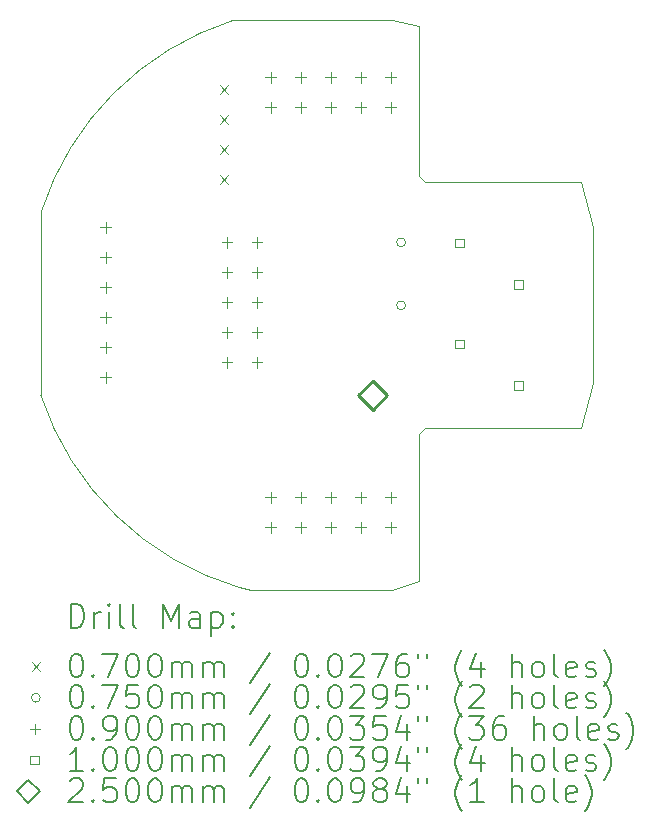
<source format=gbr>
%TF.GenerationSoftware,KiCad,Pcbnew,6.0.11-2627ca5db0~126~ubuntu22.04.1*%
%TF.CreationDate,2023-12-06T09:32:03+01:00*%
%TF.ProjectId,heatervalve-interface,68656174-6572-4766-916c-76652d696e74,A*%
%TF.SameCoordinates,Original*%
%TF.FileFunction,Drillmap*%
%TF.FilePolarity,Positive*%
%FSLAX45Y45*%
G04 Gerber Fmt 4.5, Leading zero omitted, Abs format (unit mm)*
G04 Created by KiCad (PCBNEW 6.0.11-2627ca5db0~126~ubuntu22.04.1) date 2023-12-06 09:32:03*
%MOMM*%
%LPD*%
G01*
G04 APERTURE LIST*
%ADD10C,0.100000*%
%ADD11C,0.200000*%
%ADD12C,0.070000*%
%ADD13C,0.075000*%
%ADD14C,0.090000*%
%ADD15C,0.250000*%
G04 APERTURE END LIST*
D10*
X13284200Y-7772400D02*
X11938000Y-7772400D01*
X10312400Y-9398000D02*
X10310938Y-10947882D01*
X13284200Y-7772400D02*
X13512800Y-7823200D01*
X13512800Y-7823200D02*
X13512800Y-9093200D01*
X13284200Y-12598400D02*
X13512800Y-12522200D01*
X13563600Y-9144000D02*
X14884400Y-9144000D01*
X13512800Y-11277600D02*
X13563600Y-11226800D01*
X13512800Y-9093200D02*
X13563600Y-9144000D01*
X12090400Y-12598400D02*
X13284200Y-12598400D01*
X11938000Y-7772400D02*
G75*
G03*
X10312400Y-9398000I762000J-2387600D01*
G01*
X11988800Y-12573000D02*
X12090400Y-12598400D01*
X13563600Y-11226800D02*
X14884400Y-11226800D01*
X10310938Y-10947882D02*
G75*
G03*
X11988800Y-12573000I2389062J787882D01*
G01*
X14884400Y-9144000D02*
X14986000Y-9524112D01*
X13512800Y-12522200D02*
X13512800Y-11277600D01*
X14884400Y-11226800D02*
X14986000Y-10845800D01*
X14986000Y-10845800D02*
X14986000Y-9524112D01*
D11*
D12*
X11826800Y-8321600D02*
X11896800Y-8391600D01*
X11896800Y-8321600D02*
X11826800Y-8391600D01*
X11826800Y-8575600D02*
X11896800Y-8645600D01*
X11896800Y-8575600D02*
X11826800Y-8645600D01*
X11826800Y-8829600D02*
X11896800Y-8899600D01*
X11896800Y-8829600D02*
X11826800Y-8899600D01*
X11826800Y-9083600D02*
X11896800Y-9153600D01*
X11896800Y-9083600D02*
X11826800Y-9153600D01*
D13*
X13397900Y-9652000D02*
G75*
G03*
X13397900Y-9652000I-37500J0D01*
G01*
X13397900Y-10185400D02*
G75*
G03*
X13397900Y-10185400I-37500J0D01*
G01*
D14*
X10858500Y-9480000D02*
X10858500Y-9570000D01*
X10813500Y-9525000D02*
X10903500Y-9525000D01*
X10858500Y-9734000D02*
X10858500Y-9824000D01*
X10813500Y-9779000D02*
X10903500Y-9779000D01*
X10858500Y-9988000D02*
X10858500Y-10078000D01*
X10813500Y-10033000D02*
X10903500Y-10033000D01*
X10858500Y-10242000D02*
X10858500Y-10332000D01*
X10813500Y-10287000D02*
X10903500Y-10287000D01*
X10858500Y-10496000D02*
X10858500Y-10586000D01*
X10813500Y-10541000D02*
X10903500Y-10541000D01*
X10858500Y-10750000D02*
X10858500Y-10840000D01*
X10813500Y-10795000D02*
X10903500Y-10795000D01*
X11887200Y-9607000D02*
X11887200Y-9697000D01*
X11842200Y-9652000D02*
X11932200Y-9652000D01*
X11887200Y-9861000D02*
X11887200Y-9951000D01*
X11842200Y-9906000D02*
X11932200Y-9906000D01*
X11887200Y-10115000D02*
X11887200Y-10205000D01*
X11842200Y-10160000D02*
X11932200Y-10160000D01*
X11887200Y-10369000D02*
X11887200Y-10459000D01*
X11842200Y-10414000D02*
X11932200Y-10414000D01*
X11887200Y-10623000D02*
X11887200Y-10713000D01*
X11842200Y-10668000D02*
X11932200Y-10668000D01*
X12141200Y-9607000D02*
X12141200Y-9697000D01*
X12096200Y-9652000D02*
X12186200Y-9652000D01*
X12141200Y-9861000D02*
X12141200Y-9951000D01*
X12096200Y-9906000D02*
X12186200Y-9906000D01*
X12141200Y-10115000D02*
X12141200Y-10205000D01*
X12096200Y-10160000D02*
X12186200Y-10160000D01*
X12141200Y-10369000D02*
X12141200Y-10459000D01*
X12096200Y-10414000D02*
X12186200Y-10414000D01*
X12141200Y-10623000D02*
X12141200Y-10713000D01*
X12096200Y-10668000D02*
X12186200Y-10668000D01*
X12256500Y-8210000D02*
X12256500Y-8300000D01*
X12211500Y-8255000D02*
X12301500Y-8255000D01*
X12256500Y-8464000D02*
X12256500Y-8554000D01*
X12211500Y-8509000D02*
X12301500Y-8509000D01*
X12256500Y-11766000D02*
X12256500Y-11856000D01*
X12211500Y-11811000D02*
X12301500Y-11811000D01*
X12256500Y-12020000D02*
X12256500Y-12110000D01*
X12211500Y-12065000D02*
X12301500Y-12065000D01*
X12510500Y-8210000D02*
X12510500Y-8300000D01*
X12465500Y-8255000D02*
X12555500Y-8255000D01*
X12510500Y-8464000D02*
X12510500Y-8554000D01*
X12465500Y-8509000D02*
X12555500Y-8509000D01*
X12510500Y-11766000D02*
X12510500Y-11856000D01*
X12465500Y-11811000D02*
X12555500Y-11811000D01*
X12510500Y-12020000D02*
X12510500Y-12110000D01*
X12465500Y-12065000D02*
X12555500Y-12065000D01*
X12764500Y-8210000D02*
X12764500Y-8300000D01*
X12719500Y-8255000D02*
X12809500Y-8255000D01*
X12764500Y-8464000D02*
X12764500Y-8554000D01*
X12719500Y-8509000D02*
X12809500Y-8509000D01*
X12764500Y-11766000D02*
X12764500Y-11856000D01*
X12719500Y-11811000D02*
X12809500Y-11811000D01*
X12764500Y-12020000D02*
X12764500Y-12110000D01*
X12719500Y-12065000D02*
X12809500Y-12065000D01*
X13018500Y-8210000D02*
X13018500Y-8300000D01*
X12973500Y-8255000D02*
X13063500Y-8255000D01*
X13018500Y-8464000D02*
X13018500Y-8554000D01*
X12973500Y-8509000D02*
X13063500Y-8509000D01*
X13018500Y-11766000D02*
X13018500Y-11856000D01*
X12973500Y-11811000D02*
X13063500Y-11811000D01*
X13018500Y-12020000D02*
X13018500Y-12110000D01*
X12973500Y-12065000D02*
X13063500Y-12065000D01*
X13271500Y-8210000D02*
X13271500Y-8300000D01*
X13226500Y-8255000D02*
X13316500Y-8255000D01*
X13271500Y-8464000D02*
X13271500Y-8554000D01*
X13226500Y-8509000D02*
X13316500Y-8509000D01*
X13271500Y-11766000D02*
X13271500Y-11856000D01*
X13226500Y-11811000D02*
X13316500Y-11811000D01*
X13271500Y-12020000D02*
X13271500Y-12110000D01*
X13226500Y-12065000D02*
X13316500Y-12065000D01*
D10*
X13889356Y-9692956D02*
X13889356Y-9622244D01*
X13818644Y-9622244D01*
X13818644Y-9692956D01*
X13889356Y-9692956D01*
X13889356Y-10550056D02*
X13889356Y-10479344D01*
X13818644Y-10479344D01*
X13818644Y-10550056D01*
X13889356Y-10550056D01*
X14389356Y-10042956D02*
X14389356Y-9972244D01*
X14318644Y-9972244D01*
X14318644Y-10042956D01*
X14389356Y-10042956D01*
X14389356Y-10900056D02*
X14389356Y-10829344D01*
X14318644Y-10829344D01*
X14318644Y-10900056D01*
X14389356Y-10900056D01*
D15*
X13120100Y-11072400D02*
X13245100Y-10947400D01*
X13120100Y-10822400D01*
X12995100Y-10947400D01*
X13120100Y-11072400D01*
D11*
X10563557Y-12913876D02*
X10563557Y-12713876D01*
X10611176Y-12713876D01*
X10639748Y-12723400D01*
X10658795Y-12742448D01*
X10668319Y-12761495D01*
X10677843Y-12799590D01*
X10677843Y-12828162D01*
X10668319Y-12866257D01*
X10658795Y-12885305D01*
X10639748Y-12904352D01*
X10611176Y-12913876D01*
X10563557Y-12913876D01*
X10763557Y-12913876D02*
X10763557Y-12780543D01*
X10763557Y-12818638D02*
X10773081Y-12799590D01*
X10782605Y-12790067D01*
X10801653Y-12780543D01*
X10820700Y-12780543D01*
X10887367Y-12913876D02*
X10887367Y-12780543D01*
X10887367Y-12713876D02*
X10877843Y-12723400D01*
X10887367Y-12732924D01*
X10896891Y-12723400D01*
X10887367Y-12713876D01*
X10887367Y-12732924D01*
X11011176Y-12913876D02*
X10992129Y-12904352D01*
X10982605Y-12885305D01*
X10982605Y-12713876D01*
X11115938Y-12913876D02*
X11096891Y-12904352D01*
X11087367Y-12885305D01*
X11087367Y-12713876D01*
X11344510Y-12913876D02*
X11344510Y-12713876D01*
X11411176Y-12856733D01*
X11477843Y-12713876D01*
X11477843Y-12913876D01*
X11658795Y-12913876D02*
X11658795Y-12809114D01*
X11649272Y-12790067D01*
X11630224Y-12780543D01*
X11592129Y-12780543D01*
X11573081Y-12790067D01*
X11658795Y-12904352D02*
X11639748Y-12913876D01*
X11592129Y-12913876D01*
X11573081Y-12904352D01*
X11563557Y-12885305D01*
X11563557Y-12866257D01*
X11573081Y-12847209D01*
X11592129Y-12837686D01*
X11639748Y-12837686D01*
X11658795Y-12828162D01*
X11754033Y-12780543D02*
X11754033Y-12980543D01*
X11754033Y-12790067D02*
X11773081Y-12780543D01*
X11811176Y-12780543D01*
X11830224Y-12790067D01*
X11839748Y-12799590D01*
X11849272Y-12818638D01*
X11849272Y-12875781D01*
X11839748Y-12894828D01*
X11830224Y-12904352D01*
X11811176Y-12913876D01*
X11773081Y-12913876D01*
X11754033Y-12904352D01*
X11934986Y-12894828D02*
X11944510Y-12904352D01*
X11934986Y-12913876D01*
X11925462Y-12904352D01*
X11934986Y-12894828D01*
X11934986Y-12913876D01*
X11934986Y-12790067D02*
X11944510Y-12799590D01*
X11934986Y-12809114D01*
X11925462Y-12799590D01*
X11934986Y-12790067D01*
X11934986Y-12809114D01*
D12*
X10235938Y-13208400D02*
X10305938Y-13278400D01*
X10305938Y-13208400D02*
X10235938Y-13278400D01*
D11*
X10601653Y-13133876D02*
X10620700Y-13133876D01*
X10639748Y-13143400D01*
X10649272Y-13152924D01*
X10658795Y-13171971D01*
X10668319Y-13210067D01*
X10668319Y-13257686D01*
X10658795Y-13295781D01*
X10649272Y-13314828D01*
X10639748Y-13324352D01*
X10620700Y-13333876D01*
X10601653Y-13333876D01*
X10582605Y-13324352D01*
X10573081Y-13314828D01*
X10563557Y-13295781D01*
X10554034Y-13257686D01*
X10554034Y-13210067D01*
X10563557Y-13171971D01*
X10573081Y-13152924D01*
X10582605Y-13143400D01*
X10601653Y-13133876D01*
X10754034Y-13314828D02*
X10763557Y-13324352D01*
X10754034Y-13333876D01*
X10744510Y-13324352D01*
X10754034Y-13314828D01*
X10754034Y-13333876D01*
X10830224Y-13133876D02*
X10963557Y-13133876D01*
X10877843Y-13333876D01*
X11077843Y-13133876D02*
X11096891Y-13133876D01*
X11115938Y-13143400D01*
X11125462Y-13152924D01*
X11134986Y-13171971D01*
X11144510Y-13210067D01*
X11144510Y-13257686D01*
X11134986Y-13295781D01*
X11125462Y-13314828D01*
X11115938Y-13324352D01*
X11096891Y-13333876D01*
X11077843Y-13333876D01*
X11058795Y-13324352D01*
X11049272Y-13314828D01*
X11039748Y-13295781D01*
X11030224Y-13257686D01*
X11030224Y-13210067D01*
X11039748Y-13171971D01*
X11049272Y-13152924D01*
X11058795Y-13143400D01*
X11077843Y-13133876D01*
X11268319Y-13133876D02*
X11287367Y-13133876D01*
X11306414Y-13143400D01*
X11315938Y-13152924D01*
X11325462Y-13171971D01*
X11334986Y-13210067D01*
X11334986Y-13257686D01*
X11325462Y-13295781D01*
X11315938Y-13314828D01*
X11306414Y-13324352D01*
X11287367Y-13333876D01*
X11268319Y-13333876D01*
X11249272Y-13324352D01*
X11239748Y-13314828D01*
X11230224Y-13295781D01*
X11220700Y-13257686D01*
X11220700Y-13210067D01*
X11230224Y-13171971D01*
X11239748Y-13152924D01*
X11249272Y-13143400D01*
X11268319Y-13133876D01*
X11420700Y-13333876D02*
X11420700Y-13200543D01*
X11420700Y-13219590D02*
X11430224Y-13210067D01*
X11449272Y-13200543D01*
X11477843Y-13200543D01*
X11496891Y-13210067D01*
X11506414Y-13229114D01*
X11506414Y-13333876D01*
X11506414Y-13229114D02*
X11515938Y-13210067D01*
X11534986Y-13200543D01*
X11563557Y-13200543D01*
X11582605Y-13210067D01*
X11592129Y-13229114D01*
X11592129Y-13333876D01*
X11687367Y-13333876D02*
X11687367Y-13200543D01*
X11687367Y-13219590D02*
X11696891Y-13210067D01*
X11715938Y-13200543D01*
X11744510Y-13200543D01*
X11763557Y-13210067D01*
X11773081Y-13229114D01*
X11773081Y-13333876D01*
X11773081Y-13229114D02*
X11782605Y-13210067D01*
X11801652Y-13200543D01*
X11830224Y-13200543D01*
X11849272Y-13210067D01*
X11858795Y-13229114D01*
X11858795Y-13333876D01*
X12249272Y-13124352D02*
X12077843Y-13381495D01*
X12506414Y-13133876D02*
X12525462Y-13133876D01*
X12544510Y-13143400D01*
X12554033Y-13152924D01*
X12563557Y-13171971D01*
X12573081Y-13210067D01*
X12573081Y-13257686D01*
X12563557Y-13295781D01*
X12554033Y-13314828D01*
X12544510Y-13324352D01*
X12525462Y-13333876D01*
X12506414Y-13333876D01*
X12487367Y-13324352D01*
X12477843Y-13314828D01*
X12468319Y-13295781D01*
X12458795Y-13257686D01*
X12458795Y-13210067D01*
X12468319Y-13171971D01*
X12477843Y-13152924D01*
X12487367Y-13143400D01*
X12506414Y-13133876D01*
X12658795Y-13314828D02*
X12668319Y-13324352D01*
X12658795Y-13333876D01*
X12649272Y-13324352D01*
X12658795Y-13314828D01*
X12658795Y-13333876D01*
X12792129Y-13133876D02*
X12811176Y-13133876D01*
X12830224Y-13143400D01*
X12839748Y-13152924D01*
X12849272Y-13171971D01*
X12858795Y-13210067D01*
X12858795Y-13257686D01*
X12849272Y-13295781D01*
X12839748Y-13314828D01*
X12830224Y-13324352D01*
X12811176Y-13333876D01*
X12792129Y-13333876D01*
X12773081Y-13324352D01*
X12763557Y-13314828D01*
X12754033Y-13295781D01*
X12744510Y-13257686D01*
X12744510Y-13210067D01*
X12754033Y-13171971D01*
X12763557Y-13152924D01*
X12773081Y-13143400D01*
X12792129Y-13133876D01*
X12934986Y-13152924D02*
X12944510Y-13143400D01*
X12963557Y-13133876D01*
X13011176Y-13133876D01*
X13030224Y-13143400D01*
X13039748Y-13152924D01*
X13049272Y-13171971D01*
X13049272Y-13191019D01*
X13039748Y-13219590D01*
X12925462Y-13333876D01*
X13049272Y-13333876D01*
X13115938Y-13133876D02*
X13249272Y-13133876D01*
X13163557Y-13333876D01*
X13411176Y-13133876D02*
X13373081Y-13133876D01*
X13354033Y-13143400D01*
X13344510Y-13152924D01*
X13325462Y-13181495D01*
X13315938Y-13219590D01*
X13315938Y-13295781D01*
X13325462Y-13314828D01*
X13334986Y-13324352D01*
X13354033Y-13333876D01*
X13392129Y-13333876D01*
X13411176Y-13324352D01*
X13420700Y-13314828D01*
X13430224Y-13295781D01*
X13430224Y-13248162D01*
X13420700Y-13229114D01*
X13411176Y-13219590D01*
X13392129Y-13210067D01*
X13354033Y-13210067D01*
X13334986Y-13219590D01*
X13325462Y-13229114D01*
X13315938Y-13248162D01*
X13506414Y-13133876D02*
X13506414Y-13171971D01*
X13582605Y-13133876D02*
X13582605Y-13171971D01*
X13877843Y-13410067D02*
X13868319Y-13400543D01*
X13849272Y-13371971D01*
X13839748Y-13352924D01*
X13830224Y-13324352D01*
X13820700Y-13276733D01*
X13820700Y-13238638D01*
X13830224Y-13191019D01*
X13839748Y-13162448D01*
X13849272Y-13143400D01*
X13868319Y-13114828D01*
X13877843Y-13105305D01*
X14039748Y-13200543D02*
X14039748Y-13333876D01*
X13992129Y-13124352D02*
X13944510Y-13267209D01*
X14068319Y-13267209D01*
X14296891Y-13333876D02*
X14296891Y-13133876D01*
X14382605Y-13333876D02*
X14382605Y-13229114D01*
X14373081Y-13210067D01*
X14354033Y-13200543D01*
X14325462Y-13200543D01*
X14306414Y-13210067D01*
X14296891Y-13219590D01*
X14506414Y-13333876D02*
X14487367Y-13324352D01*
X14477843Y-13314828D01*
X14468319Y-13295781D01*
X14468319Y-13238638D01*
X14477843Y-13219590D01*
X14487367Y-13210067D01*
X14506414Y-13200543D01*
X14534986Y-13200543D01*
X14554033Y-13210067D01*
X14563557Y-13219590D01*
X14573081Y-13238638D01*
X14573081Y-13295781D01*
X14563557Y-13314828D01*
X14554033Y-13324352D01*
X14534986Y-13333876D01*
X14506414Y-13333876D01*
X14687367Y-13333876D02*
X14668319Y-13324352D01*
X14658795Y-13305305D01*
X14658795Y-13133876D01*
X14839748Y-13324352D02*
X14820700Y-13333876D01*
X14782605Y-13333876D01*
X14763557Y-13324352D01*
X14754033Y-13305305D01*
X14754033Y-13229114D01*
X14763557Y-13210067D01*
X14782605Y-13200543D01*
X14820700Y-13200543D01*
X14839748Y-13210067D01*
X14849272Y-13229114D01*
X14849272Y-13248162D01*
X14754033Y-13267209D01*
X14925462Y-13324352D02*
X14944510Y-13333876D01*
X14982605Y-13333876D01*
X15001652Y-13324352D01*
X15011176Y-13305305D01*
X15011176Y-13295781D01*
X15001652Y-13276733D01*
X14982605Y-13267209D01*
X14954033Y-13267209D01*
X14934986Y-13257686D01*
X14925462Y-13238638D01*
X14925462Y-13229114D01*
X14934986Y-13210067D01*
X14954033Y-13200543D01*
X14982605Y-13200543D01*
X15001652Y-13210067D01*
X15077843Y-13410067D02*
X15087367Y-13400543D01*
X15106414Y-13371971D01*
X15115938Y-13352924D01*
X15125462Y-13324352D01*
X15134986Y-13276733D01*
X15134986Y-13238638D01*
X15125462Y-13191019D01*
X15115938Y-13162448D01*
X15106414Y-13143400D01*
X15087367Y-13114828D01*
X15077843Y-13105305D01*
D13*
X10305938Y-13507400D02*
G75*
G03*
X10305938Y-13507400I-37500J0D01*
G01*
D11*
X10601653Y-13397876D02*
X10620700Y-13397876D01*
X10639748Y-13407400D01*
X10649272Y-13416924D01*
X10658795Y-13435971D01*
X10668319Y-13474067D01*
X10668319Y-13521686D01*
X10658795Y-13559781D01*
X10649272Y-13578828D01*
X10639748Y-13588352D01*
X10620700Y-13597876D01*
X10601653Y-13597876D01*
X10582605Y-13588352D01*
X10573081Y-13578828D01*
X10563557Y-13559781D01*
X10554034Y-13521686D01*
X10554034Y-13474067D01*
X10563557Y-13435971D01*
X10573081Y-13416924D01*
X10582605Y-13407400D01*
X10601653Y-13397876D01*
X10754034Y-13578828D02*
X10763557Y-13588352D01*
X10754034Y-13597876D01*
X10744510Y-13588352D01*
X10754034Y-13578828D01*
X10754034Y-13597876D01*
X10830224Y-13397876D02*
X10963557Y-13397876D01*
X10877843Y-13597876D01*
X11134986Y-13397876D02*
X11039748Y-13397876D01*
X11030224Y-13493114D01*
X11039748Y-13483590D01*
X11058795Y-13474067D01*
X11106414Y-13474067D01*
X11125462Y-13483590D01*
X11134986Y-13493114D01*
X11144510Y-13512162D01*
X11144510Y-13559781D01*
X11134986Y-13578828D01*
X11125462Y-13588352D01*
X11106414Y-13597876D01*
X11058795Y-13597876D01*
X11039748Y-13588352D01*
X11030224Y-13578828D01*
X11268319Y-13397876D02*
X11287367Y-13397876D01*
X11306414Y-13407400D01*
X11315938Y-13416924D01*
X11325462Y-13435971D01*
X11334986Y-13474067D01*
X11334986Y-13521686D01*
X11325462Y-13559781D01*
X11315938Y-13578828D01*
X11306414Y-13588352D01*
X11287367Y-13597876D01*
X11268319Y-13597876D01*
X11249272Y-13588352D01*
X11239748Y-13578828D01*
X11230224Y-13559781D01*
X11220700Y-13521686D01*
X11220700Y-13474067D01*
X11230224Y-13435971D01*
X11239748Y-13416924D01*
X11249272Y-13407400D01*
X11268319Y-13397876D01*
X11420700Y-13597876D02*
X11420700Y-13464543D01*
X11420700Y-13483590D02*
X11430224Y-13474067D01*
X11449272Y-13464543D01*
X11477843Y-13464543D01*
X11496891Y-13474067D01*
X11506414Y-13493114D01*
X11506414Y-13597876D01*
X11506414Y-13493114D02*
X11515938Y-13474067D01*
X11534986Y-13464543D01*
X11563557Y-13464543D01*
X11582605Y-13474067D01*
X11592129Y-13493114D01*
X11592129Y-13597876D01*
X11687367Y-13597876D02*
X11687367Y-13464543D01*
X11687367Y-13483590D02*
X11696891Y-13474067D01*
X11715938Y-13464543D01*
X11744510Y-13464543D01*
X11763557Y-13474067D01*
X11773081Y-13493114D01*
X11773081Y-13597876D01*
X11773081Y-13493114D02*
X11782605Y-13474067D01*
X11801652Y-13464543D01*
X11830224Y-13464543D01*
X11849272Y-13474067D01*
X11858795Y-13493114D01*
X11858795Y-13597876D01*
X12249272Y-13388352D02*
X12077843Y-13645495D01*
X12506414Y-13397876D02*
X12525462Y-13397876D01*
X12544510Y-13407400D01*
X12554033Y-13416924D01*
X12563557Y-13435971D01*
X12573081Y-13474067D01*
X12573081Y-13521686D01*
X12563557Y-13559781D01*
X12554033Y-13578828D01*
X12544510Y-13588352D01*
X12525462Y-13597876D01*
X12506414Y-13597876D01*
X12487367Y-13588352D01*
X12477843Y-13578828D01*
X12468319Y-13559781D01*
X12458795Y-13521686D01*
X12458795Y-13474067D01*
X12468319Y-13435971D01*
X12477843Y-13416924D01*
X12487367Y-13407400D01*
X12506414Y-13397876D01*
X12658795Y-13578828D02*
X12668319Y-13588352D01*
X12658795Y-13597876D01*
X12649272Y-13588352D01*
X12658795Y-13578828D01*
X12658795Y-13597876D01*
X12792129Y-13397876D02*
X12811176Y-13397876D01*
X12830224Y-13407400D01*
X12839748Y-13416924D01*
X12849272Y-13435971D01*
X12858795Y-13474067D01*
X12858795Y-13521686D01*
X12849272Y-13559781D01*
X12839748Y-13578828D01*
X12830224Y-13588352D01*
X12811176Y-13597876D01*
X12792129Y-13597876D01*
X12773081Y-13588352D01*
X12763557Y-13578828D01*
X12754033Y-13559781D01*
X12744510Y-13521686D01*
X12744510Y-13474067D01*
X12754033Y-13435971D01*
X12763557Y-13416924D01*
X12773081Y-13407400D01*
X12792129Y-13397876D01*
X12934986Y-13416924D02*
X12944510Y-13407400D01*
X12963557Y-13397876D01*
X13011176Y-13397876D01*
X13030224Y-13407400D01*
X13039748Y-13416924D01*
X13049272Y-13435971D01*
X13049272Y-13455019D01*
X13039748Y-13483590D01*
X12925462Y-13597876D01*
X13049272Y-13597876D01*
X13144510Y-13597876D02*
X13182605Y-13597876D01*
X13201652Y-13588352D01*
X13211176Y-13578828D01*
X13230224Y-13550257D01*
X13239748Y-13512162D01*
X13239748Y-13435971D01*
X13230224Y-13416924D01*
X13220700Y-13407400D01*
X13201652Y-13397876D01*
X13163557Y-13397876D01*
X13144510Y-13407400D01*
X13134986Y-13416924D01*
X13125462Y-13435971D01*
X13125462Y-13483590D01*
X13134986Y-13502638D01*
X13144510Y-13512162D01*
X13163557Y-13521686D01*
X13201652Y-13521686D01*
X13220700Y-13512162D01*
X13230224Y-13502638D01*
X13239748Y-13483590D01*
X13420700Y-13397876D02*
X13325462Y-13397876D01*
X13315938Y-13493114D01*
X13325462Y-13483590D01*
X13344510Y-13474067D01*
X13392129Y-13474067D01*
X13411176Y-13483590D01*
X13420700Y-13493114D01*
X13430224Y-13512162D01*
X13430224Y-13559781D01*
X13420700Y-13578828D01*
X13411176Y-13588352D01*
X13392129Y-13597876D01*
X13344510Y-13597876D01*
X13325462Y-13588352D01*
X13315938Y-13578828D01*
X13506414Y-13397876D02*
X13506414Y-13435971D01*
X13582605Y-13397876D02*
X13582605Y-13435971D01*
X13877843Y-13674067D02*
X13868319Y-13664543D01*
X13849272Y-13635971D01*
X13839748Y-13616924D01*
X13830224Y-13588352D01*
X13820700Y-13540733D01*
X13820700Y-13502638D01*
X13830224Y-13455019D01*
X13839748Y-13426448D01*
X13849272Y-13407400D01*
X13868319Y-13378828D01*
X13877843Y-13369305D01*
X13944510Y-13416924D02*
X13954033Y-13407400D01*
X13973081Y-13397876D01*
X14020700Y-13397876D01*
X14039748Y-13407400D01*
X14049272Y-13416924D01*
X14058795Y-13435971D01*
X14058795Y-13455019D01*
X14049272Y-13483590D01*
X13934986Y-13597876D01*
X14058795Y-13597876D01*
X14296891Y-13597876D02*
X14296891Y-13397876D01*
X14382605Y-13597876D02*
X14382605Y-13493114D01*
X14373081Y-13474067D01*
X14354033Y-13464543D01*
X14325462Y-13464543D01*
X14306414Y-13474067D01*
X14296891Y-13483590D01*
X14506414Y-13597876D02*
X14487367Y-13588352D01*
X14477843Y-13578828D01*
X14468319Y-13559781D01*
X14468319Y-13502638D01*
X14477843Y-13483590D01*
X14487367Y-13474067D01*
X14506414Y-13464543D01*
X14534986Y-13464543D01*
X14554033Y-13474067D01*
X14563557Y-13483590D01*
X14573081Y-13502638D01*
X14573081Y-13559781D01*
X14563557Y-13578828D01*
X14554033Y-13588352D01*
X14534986Y-13597876D01*
X14506414Y-13597876D01*
X14687367Y-13597876D02*
X14668319Y-13588352D01*
X14658795Y-13569305D01*
X14658795Y-13397876D01*
X14839748Y-13588352D02*
X14820700Y-13597876D01*
X14782605Y-13597876D01*
X14763557Y-13588352D01*
X14754033Y-13569305D01*
X14754033Y-13493114D01*
X14763557Y-13474067D01*
X14782605Y-13464543D01*
X14820700Y-13464543D01*
X14839748Y-13474067D01*
X14849272Y-13493114D01*
X14849272Y-13512162D01*
X14754033Y-13531209D01*
X14925462Y-13588352D02*
X14944510Y-13597876D01*
X14982605Y-13597876D01*
X15001652Y-13588352D01*
X15011176Y-13569305D01*
X15011176Y-13559781D01*
X15001652Y-13540733D01*
X14982605Y-13531209D01*
X14954033Y-13531209D01*
X14934986Y-13521686D01*
X14925462Y-13502638D01*
X14925462Y-13493114D01*
X14934986Y-13474067D01*
X14954033Y-13464543D01*
X14982605Y-13464543D01*
X15001652Y-13474067D01*
X15077843Y-13674067D02*
X15087367Y-13664543D01*
X15106414Y-13635971D01*
X15115938Y-13616924D01*
X15125462Y-13588352D01*
X15134986Y-13540733D01*
X15134986Y-13502638D01*
X15125462Y-13455019D01*
X15115938Y-13426448D01*
X15106414Y-13407400D01*
X15087367Y-13378828D01*
X15077843Y-13369305D01*
D14*
X10260938Y-13726400D02*
X10260938Y-13816400D01*
X10215938Y-13771400D02*
X10305938Y-13771400D01*
D11*
X10601653Y-13661876D02*
X10620700Y-13661876D01*
X10639748Y-13671400D01*
X10649272Y-13680924D01*
X10658795Y-13699971D01*
X10668319Y-13738067D01*
X10668319Y-13785686D01*
X10658795Y-13823781D01*
X10649272Y-13842828D01*
X10639748Y-13852352D01*
X10620700Y-13861876D01*
X10601653Y-13861876D01*
X10582605Y-13852352D01*
X10573081Y-13842828D01*
X10563557Y-13823781D01*
X10554034Y-13785686D01*
X10554034Y-13738067D01*
X10563557Y-13699971D01*
X10573081Y-13680924D01*
X10582605Y-13671400D01*
X10601653Y-13661876D01*
X10754034Y-13842828D02*
X10763557Y-13852352D01*
X10754034Y-13861876D01*
X10744510Y-13852352D01*
X10754034Y-13842828D01*
X10754034Y-13861876D01*
X10858795Y-13861876D02*
X10896891Y-13861876D01*
X10915938Y-13852352D01*
X10925462Y-13842828D01*
X10944510Y-13814257D01*
X10954034Y-13776162D01*
X10954034Y-13699971D01*
X10944510Y-13680924D01*
X10934986Y-13671400D01*
X10915938Y-13661876D01*
X10877843Y-13661876D01*
X10858795Y-13671400D01*
X10849272Y-13680924D01*
X10839748Y-13699971D01*
X10839748Y-13747590D01*
X10849272Y-13766638D01*
X10858795Y-13776162D01*
X10877843Y-13785686D01*
X10915938Y-13785686D01*
X10934986Y-13776162D01*
X10944510Y-13766638D01*
X10954034Y-13747590D01*
X11077843Y-13661876D02*
X11096891Y-13661876D01*
X11115938Y-13671400D01*
X11125462Y-13680924D01*
X11134986Y-13699971D01*
X11144510Y-13738067D01*
X11144510Y-13785686D01*
X11134986Y-13823781D01*
X11125462Y-13842828D01*
X11115938Y-13852352D01*
X11096891Y-13861876D01*
X11077843Y-13861876D01*
X11058795Y-13852352D01*
X11049272Y-13842828D01*
X11039748Y-13823781D01*
X11030224Y-13785686D01*
X11030224Y-13738067D01*
X11039748Y-13699971D01*
X11049272Y-13680924D01*
X11058795Y-13671400D01*
X11077843Y-13661876D01*
X11268319Y-13661876D02*
X11287367Y-13661876D01*
X11306414Y-13671400D01*
X11315938Y-13680924D01*
X11325462Y-13699971D01*
X11334986Y-13738067D01*
X11334986Y-13785686D01*
X11325462Y-13823781D01*
X11315938Y-13842828D01*
X11306414Y-13852352D01*
X11287367Y-13861876D01*
X11268319Y-13861876D01*
X11249272Y-13852352D01*
X11239748Y-13842828D01*
X11230224Y-13823781D01*
X11220700Y-13785686D01*
X11220700Y-13738067D01*
X11230224Y-13699971D01*
X11239748Y-13680924D01*
X11249272Y-13671400D01*
X11268319Y-13661876D01*
X11420700Y-13861876D02*
X11420700Y-13728543D01*
X11420700Y-13747590D02*
X11430224Y-13738067D01*
X11449272Y-13728543D01*
X11477843Y-13728543D01*
X11496891Y-13738067D01*
X11506414Y-13757114D01*
X11506414Y-13861876D01*
X11506414Y-13757114D02*
X11515938Y-13738067D01*
X11534986Y-13728543D01*
X11563557Y-13728543D01*
X11582605Y-13738067D01*
X11592129Y-13757114D01*
X11592129Y-13861876D01*
X11687367Y-13861876D02*
X11687367Y-13728543D01*
X11687367Y-13747590D02*
X11696891Y-13738067D01*
X11715938Y-13728543D01*
X11744510Y-13728543D01*
X11763557Y-13738067D01*
X11773081Y-13757114D01*
X11773081Y-13861876D01*
X11773081Y-13757114D02*
X11782605Y-13738067D01*
X11801652Y-13728543D01*
X11830224Y-13728543D01*
X11849272Y-13738067D01*
X11858795Y-13757114D01*
X11858795Y-13861876D01*
X12249272Y-13652352D02*
X12077843Y-13909495D01*
X12506414Y-13661876D02*
X12525462Y-13661876D01*
X12544510Y-13671400D01*
X12554033Y-13680924D01*
X12563557Y-13699971D01*
X12573081Y-13738067D01*
X12573081Y-13785686D01*
X12563557Y-13823781D01*
X12554033Y-13842828D01*
X12544510Y-13852352D01*
X12525462Y-13861876D01*
X12506414Y-13861876D01*
X12487367Y-13852352D01*
X12477843Y-13842828D01*
X12468319Y-13823781D01*
X12458795Y-13785686D01*
X12458795Y-13738067D01*
X12468319Y-13699971D01*
X12477843Y-13680924D01*
X12487367Y-13671400D01*
X12506414Y-13661876D01*
X12658795Y-13842828D02*
X12668319Y-13852352D01*
X12658795Y-13861876D01*
X12649272Y-13852352D01*
X12658795Y-13842828D01*
X12658795Y-13861876D01*
X12792129Y-13661876D02*
X12811176Y-13661876D01*
X12830224Y-13671400D01*
X12839748Y-13680924D01*
X12849272Y-13699971D01*
X12858795Y-13738067D01*
X12858795Y-13785686D01*
X12849272Y-13823781D01*
X12839748Y-13842828D01*
X12830224Y-13852352D01*
X12811176Y-13861876D01*
X12792129Y-13861876D01*
X12773081Y-13852352D01*
X12763557Y-13842828D01*
X12754033Y-13823781D01*
X12744510Y-13785686D01*
X12744510Y-13738067D01*
X12754033Y-13699971D01*
X12763557Y-13680924D01*
X12773081Y-13671400D01*
X12792129Y-13661876D01*
X12925462Y-13661876D02*
X13049272Y-13661876D01*
X12982605Y-13738067D01*
X13011176Y-13738067D01*
X13030224Y-13747590D01*
X13039748Y-13757114D01*
X13049272Y-13776162D01*
X13049272Y-13823781D01*
X13039748Y-13842828D01*
X13030224Y-13852352D01*
X13011176Y-13861876D01*
X12954033Y-13861876D01*
X12934986Y-13852352D01*
X12925462Y-13842828D01*
X13230224Y-13661876D02*
X13134986Y-13661876D01*
X13125462Y-13757114D01*
X13134986Y-13747590D01*
X13154033Y-13738067D01*
X13201652Y-13738067D01*
X13220700Y-13747590D01*
X13230224Y-13757114D01*
X13239748Y-13776162D01*
X13239748Y-13823781D01*
X13230224Y-13842828D01*
X13220700Y-13852352D01*
X13201652Y-13861876D01*
X13154033Y-13861876D01*
X13134986Y-13852352D01*
X13125462Y-13842828D01*
X13411176Y-13728543D02*
X13411176Y-13861876D01*
X13363557Y-13652352D02*
X13315938Y-13795209D01*
X13439748Y-13795209D01*
X13506414Y-13661876D02*
X13506414Y-13699971D01*
X13582605Y-13661876D02*
X13582605Y-13699971D01*
X13877843Y-13938067D02*
X13868319Y-13928543D01*
X13849272Y-13899971D01*
X13839748Y-13880924D01*
X13830224Y-13852352D01*
X13820700Y-13804733D01*
X13820700Y-13766638D01*
X13830224Y-13719019D01*
X13839748Y-13690448D01*
X13849272Y-13671400D01*
X13868319Y-13642828D01*
X13877843Y-13633305D01*
X13934986Y-13661876D02*
X14058795Y-13661876D01*
X13992129Y-13738067D01*
X14020700Y-13738067D01*
X14039748Y-13747590D01*
X14049272Y-13757114D01*
X14058795Y-13776162D01*
X14058795Y-13823781D01*
X14049272Y-13842828D01*
X14039748Y-13852352D01*
X14020700Y-13861876D01*
X13963557Y-13861876D01*
X13944510Y-13852352D01*
X13934986Y-13842828D01*
X14230224Y-13661876D02*
X14192129Y-13661876D01*
X14173081Y-13671400D01*
X14163557Y-13680924D01*
X14144510Y-13709495D01*
X14134986Y-13747590D01*
X14134986Y-13823781D01*
X14144510Y-13842828D01*
X14154033Y-13852352D01*
X14173081Y-13861876D01*
X14211176Y-13861876D01*
X14230224Y-13852352D01*
X14239748Y-13842828D01*
X14249272Y-13823781D01*
X14249272Y-13776162D01*
X14239748Y-13757114D01*
X14230224Y-13747590D01*
X14211176Y-13738067D01*
X14173081Y-13738067D01*
X14154033Y-13747590D01*
X14144510Y-13757114D01*
X14134986Y-13776162D01*
X14487367Y-13861876D02*
X14487367Y-13661876D01*
X14573081Y-13861876D02*
X14573081Y-13757114D01*
X14563557Y-13738067D01*
X14544510Y-13728543D01*
X14515938Y-13728543D01*
X14496891Y-13738067D01*
X14487367Y-13747590D01*
X14696891Y-13861876D02*
X14677843Y-13852352D01*
X14668319Y-13842828D01*
X14658795Y-13823781D01*
X14658795Y-13766638D01*
X14668319Y-13747590D01*
X14677843Y-13738067D01*
X14696891Y-13728543D01*
X14725462Y-13728543D01*
X14744510Y-13738067D01*
X14754033Y-13747590D01*
X14763557Y-13766638D01*
X14763557Y-13823781D01*
X14754033Y-13842828D01*
X14744510Y-13852352D01*
X14725462Y-13861876D01*
X14696891Y-13861876D01*
X14877843Y-13861876D02*
X14858795Y-13852352D01*
X14849272Y-13833305D01*
X14849272Y-13661876D01*
X15030224Y-13852352D02*
X15011176Y-13861876D01*
X14973081Y-13861876D01*
X14954033Y-13852352D01*
X14944510Y-13833305D01*
X14944510Y-13757114D01*
X14954033Y-13738067D01*
X14973081Y-13728543D01*
X15011176Y-13728543D01*
X15030224Y-13738067D01*
X15039748Y-13757114D01*
X15039748Y-13776162D01*
X14944510Y-13795209D01*
X15115938Y-13852352D02*
X15134986Y-13861876D01*
X15173081Y-13861876D01*
X15192129Y-13852352D01*
X15201652Y-13833305D01*
X15201652Y-13823781D01*
X15192129Y-13804733D01*
X15173081Y-13795209D01*
X15144510Y-13795209D01*
X15125462Y-13785686D01*
X15115938Y-13766638D01*
X15115938Y-13757114D01*
X15125462Y-13738067D01*
X15144510Y-13728543D01*
X15173081Y-13728543D01*
X15192129Y-13738067D01*
X15268319Y-13938067D02*
X15277843Y-13928543D01*
X15296891Y-13899971D01*
X15306414Y-13880924D01*
X15315938Y-13852352D01*
X15325462Y-13804733D01*
X15325462Y-13766638D01*
X15315938Y-13719019D01*
X15306414Y-13690448D01*
X15296891Y-13671400D01*
X15277843Y-13642828D01*
X15268319Y-13633305D01*
D10*
X10291294Y-14070756D02*
X10291294Y-14000044D01*
X10220583Y-14000044D01*
X10220583Y-14070756D01*
X10291294Y-14070756D01*
D11*
X10668319Y-14125876D02*
X10554034Y-14125876D01*
X10611176Y-14125876D02*
X10611176Y-13925876D01*
X10592129Y-13954448D01*
X10573081Y-13973495D01*
X10554034Y-13983019D01*
X10754034Y-14106828D02*
X10763557Y-14116352D01*
X10754034Y-14125876D01*
X10744510Y-14116352D01*
X10754034Y-14106828D01*
X10754034Y-14125876D01*
X10887367Y-13925876D02*
X10906414Y-13925876D01*
X10925462Y-13935400D01*
X10934986Y-13944924D01*
X10944510Y-13963971D01*
X10954034Y-14002067D01*
X10954034Y-14049686D01*
X10944510Y-14087781D01*
X10934986Y-14106828D01*
X10925462Y-14116352D01*
X10906414Y-14125876D01*
X10887367Y-14125876D01*
X10868319Y-14116352D01*
X10858795Y-14106828D01*
X10849272Y-14087781D01*
X10839748Y-14049686D01*
X10839748Y-14002067D01*
X10849272Y-13963971D01*
X10858795Y-13944924D01*
X10868319Y-13935400D01*
X10887367Y-13925876D01*
X11077843Y-13925876D02*
X11096891Y-13925876D01*
X11115938Y-13935400D01*
X11125462Y-13944924D01*
X11134986Y-13963971D01*
X11144510Y-14002067D01*
X11144510Y-14049686D01*
X11134986Y-14087781D01*
X11125462Y-14106828D01*
X11115938Y-14116352D01*
X11096891Y-14125876D01*
X11077843Y-14125876D01*
X11058795Y-14116352D01*
X11049272Y-14106828D01*
X11039748Y-14087781D01*
X11030224Y-14049686D01*
X11030224Y-14002067D01*
X11039748Y-13963971D01*
X11049272Y-13944924D01*
X11058795Y-13935400D01*
X11077843Y-13925876D01*
X11268319Y-13925876D02*
X11287367Y-13925876D01*
X11306414Y-13935400D01*
X11315938Y-13944924D01*
X11325462Y-13963971D01*
X11334986Y-14002067D01*
X11334986Y-14049686D01*
X11325462Y-14087781D01*
X11315938Y-14106828D01*
X11306414Y-14116352D01*
X11287367Y-14125876D01*
X11268319Y-14125876D01*
X11249272Y-14116352D01*
X11239748Y-14106828D01*
X11230224Y-14087781D01*
X11220700Y-14049686D01*
X11220700Y-14002067D01*
X11230224Y-13963971D01*
X11239748Y-13944924D01*
X11249272Y-13935400D01*
X11268319Y-13925876D01*
X11420700Y-14125876D02*
X11420700Y-13992543D01*
X11420700Y-14011590D02*
X11430224Y-14002067D01*
X11449272Y-13992543D01*
X11477843Y-13992543D01*
X11496891Y-14002067D01*
X11506414Y-14021114D01*
X11506414Y-14125876D01*
X11506414Y-14021114D02*
X11515938Y-14002067D01*
X11534986Y-13992543D01*
X11563557Y-13992543D01*
X11582605Y-14002067D01*
X11592129Y-14021114D01*
X11592129Y-14125876D01*
X11687367Y-14125876D02*
X11687367Y-13992543D01*
X11687367Y-14011590D02*
X11696891Y-14002067D01*
X11715938Y-13992543D01*
X11744510Y-13992543D01*
X11763557Y-14002067D01*
X11773081Y-14021114D01*
X11773081Y-14125876D01*
X11773081Y-14021114D02*
X11782605Y-14002067D01*
X11801652Y-13992543D01*
X11830224Y-13992543D01*
X11849272Y-14002067D01*
X11858795Y-14021114D01*
X11858795Y-14125876D01*
X12249272Y-13916352D02*
X12077843Y-14173495D01*
X12506414Y-13925876D02*
X12525462Y-13925876D01*
X12544510Y-13935400D01*
X12554033Y-13944924D01*
X12563557Y-13963971D01*
X12573081Y-14002067D01*
X12573081Y-14049686D01*
X12563557Y-14087781D01*
X12554033Y-14106828D01*
X12544510Y-14116352D01*
X12525462Y-14125876D01*
X12506414Y-14125876D01*
X12487367Y-14116352D01*
X12477843Y-14106828D01*
X12468319Y-14087781D01*
X12458795Y-14049686D01*
X12458795Y-14002067D01*
X12468319Y-13963971D01*
X12477843Y-13944924D01*
X12487367Y-13935400D01*
X12506414Y-13925876D01*
X12658795Y-14106828D02*
X12668319Y-14116352D01*
X12658795Y-14125876D01*
X12649272Y-14116352D01*
X12658795Y-14106828D01*
X12658795Y-14125876D01*
X12792129Y-13925876D02*
X12811176Y-13925876D01*
X12830224Y-13935400D01*
X12839748Y-13944924D01*
X12849272Y-13963971D01*
X12858795Y-14002067D01*
X12858795Y-14049686D01*
X12849272Y-14087781D01*
X12839748Y-14106828D01*
X12830224Y-14116352D01*
X12811176Y-14125876D01*
X12792129Y-14125876D01*
X12773081Y-14116352D01*
X12763557Y-14106828D01*
X12754033Y-14087781D01*
X12744510Y-14049686D01*
X12744510Y-14002067D01*
X12754033Y-13963971D01*
X12763557Y-13944924D01*
X12773081Y-13935400D01*
X12792129Y-13925876D01*
X12925462Y-13925876D02*
X13049272Y-13925876D01*
X12982605Y-14002067D01*
X13011176Y-14002067D01*
X13030224Y-14011590D01*
X13039748Y-14021114D01*
X13049272Y-14040162D01*
X13049272Y-14087781D01*
X13039748Y-14106828D01*
X13030224Y-14116352D01*
X13011176Y-14125876D01*
X12954033Y-14125876D01*
X12934986Y-14116352D01*
X12925462Y-14106828D01*
X13144510Y-14125876D02*
X13182605Y-14125876D01*
X13201652Y-14116352D01*
X13211176Y-14106828D01*
X13230224Y-14078257D01*
X13239748Y-14040162D01*
X13239748Y-13963971D01*
X13230224Y-13944924D01*
X13220700Y-13935400D01*
X13201652Y-13925876D01*
X13163557Y-13925876D01*
X13144510Y-13935400D01*
X13134986Y-13944924D01*
X13125462Y-13963971D01*
X13125462Y-14011590D01*
X13134986Y-14030638D01*
X13144510Y-14040162D01*
X13163557Y-14049686D01*
X13201652Y-14049686D01*
X13220700Y-14040162D01*
X13230224Y-14030638D01*
X13239748Y-14011590D01*
X13411176Y-13992543D02*
X13411176Y-14125876D01*
X13363557Y-13916352D02*
X13315938Y-14059209D01*
X13439748Y-14059209D01*
X13506414Y-13925876D02*
X13506414Y-13963971D01*
X13582605Y-13925876D02*
X13582605Y-13963971D01*
X13877843Y-14202067D02*
X13868319Y-14192543D01*
X13849272Y-14163971D01*
X13839748Y-14144924D01*
X13830224Y-14116352D01*
X13820700Y-14068733D01*
X13820700Y-14030638D01*
X13830224Y-13983019D01*
X13839748Y-13954448D01*
X13849272Y-13935400D01*
X13868319Y-13906828D01*
X13877843Y-13897305D01*
X14039748Y-13992543D02*
X14039748Y-14125876D01*
X13992129Y-13916352D02*
X13944510Y-14059209D01*
X14068319Y-14059209D01*
X14296891Y-14125876D02*
X14296891Y-13925876D01*
X14382605Y-14125876D02*
X14382605Y-14021114D01*
X14373081Y-14002067D01*
X14354033Y-13992543D01*
X14325462Y-13992543D01*
X14306414Y-14002067D01*
X14296891Y-14011590D01*
X14506414Y-14125876D02*
X14487367Y-14116352D01*
X14477843Y-14106828D01*
X14468319Y-14087781D01*
X14468319Y-14030638D01*
X14477843Y-14011590D01*
X14487367Y-14002067D01*
X14506414Y-13992543D01*
X14534986Y-13992543D01*
X14554033Y-14002067D01*
X14563557Y-14011590D01*
X14573081Y-14030638D01*
X14573081Y-14087781D01*
X14563557Y-14106828D01*
X14554033Y-14116352D01*
X14534986Y-14125876D01*
X14506414Y-14125876D01*
X14687367Y-14125876D02*
X14668319Y-14116352D01*
X14658795Y-14097305D01*
X14658795Y-13925876D01*
X14839748Y-14116352D02*
X14820700Y-14125876D01*
X14782605Y-14125876D01*
X14763557Y-14116352D01*
X14754033Y-14097305D01*
X14754033Y-14021114D01*
X14763557Y-14002067D01*
X14782605Y-13992543D01*
X14820700Y-13992543D01*
X14839748Y-14002067D01*
X14849272Y-14021114D01*
X14849272Y-14040162D01*
X14754033Y-14059209D01*
X14925462Y-14116352D02*
X14944510Y-14125876D01*
X14982605Y-14125876D01*
X15001652Y-14116352D01*
X15011176Y-14097305D01*
X15011176Y-14087781D01*
X15001652Y-14068733D01*
X14982605Y-14059209D01*
X14954033Y-14059209D01*
X14934986Y-14049686D01*
X14925462Y-14030638D01*
X14925462Y-14021114D01*
X14934986Y-14002067D01*
X14954033Y-13992543D01*
X14982605Y-13992543D01*
X15001652Y-14002067D01*
X15077843Y-14202067D02*
X15087367Y-14192543D01*
X15106414Y-14163971D01*
X15115938Y-14144924D01*
X15125462Y-14116352D01*
X15134986Y-14068733D01*
X15134986Y-14030638D01*
X15125462Y-13983019D01*
X15115938Y-13954448D01*
X15106414Y-13935400D01*
X15087367Y-13906828D01*
X15077843Y-13897305D01*
X10205938Y-14399400D02*
X10305938Y-14299400D01*
X10205938Y-14199400D01*
X10105938Y-14299400D01*
X10205938Y-14399400D01*
X10554034Y-14208924D02*
X10563557Y-14199400D01*
X10582605Y-14189876D01*
X10630224Y-14189876D01*
X10649272Y-14199400D01*
X10658795Y-14208924D01*
X10668319Y-14227971D01*
X10668319Y-14247019D01*
X10658795Y-14275590D01*
X10544510Y-14389876D01*
X10668319Y-14389876D01*
X10754034Y-14370828D02*
X10763557Y-14380352D01*
X10754034Y-14389876D01*
X10744510Y-14380352D01*
X10754034Y-14370828D01*
X10754034Y-14389876D01*
X10944510Y-14189876D02*
X10849272Y-14189876D01*
X10839748Y-14285114D01*
X10849272Y-14275590D01*
X10868319Y-14266067D01*
X10915938Y-14266067D01*
X10934986Y-14275590D01*
X10944510Y-14285114D01*
X10954034Y-14304162D01*
X10954034Y-14351781D01*
X10944510Y-14370828D01*
X10934986Y-14380352D01*
X10915938Y-14389876D01*
X10868319Y-14389876D01*
X10849272Y-14380352D01*
X10839748Y-14370828D01*
X11077843Y-14189876D02*
X11096891Y-14189876D01*
X11115938Y-14199400D01*
X11125462Y-14208924D01*
X11134986Y-14227971D01*
X11144510Y-14266067D01*
X11144510Y-14313686D01*
X11134986Y-14351781D01*
X11125462Y-14370828D01*
X11115938Y-14380352D01*
X11096891Y-14389876D01*
X11077843Y-14389876D01*
X11058795Y-14380352D01*
X11049272Y-14370828D01*
X11039748Y-14351781D01*
X11030224Y-14313686D01*
X11030224Y-14266067D01*
X11039748Y-14227971D01*
X11049272Y-14208924D01*
X11058795Y-14199400D01*
X11077843Y-14189876D01*
X11268319Y-14189876D02*
X11287367Y-14189876D01*
X11306414Y-14199400D01*
X11315938Y-14208924D01*
X11325462Y-14227971D01*
X11334986Y-14266067D01*
X11334986Y-14313686D01*
X11325462Y-14351781D01*
X11315938Y-14370828D01*
X11306414Y-14380352D01*
X11287367Y-14389876D01*
X11268319Y-14389876D01*
X11249272Y-14380352D01*
X11239748Y-14370828D01*
X11230224Y-14351781D01*
X11220700Y-14313686D01*
X11220700Y-14266067D01*
X11230224Y-14227971D01*
X11239748Y-14208924D01*
X11249272Y-14199400D01*
X11268319Y-14189876D01*
X11420700Y-14389876D02*
X11420700Y-14256543D01*
X11420700Y-14275590D02*
X11430224Y-14266067D01*
X11449272Y-14256543D01*
X11477843Y-14256543D01*
X11496891Y-14266067D01*
X11506414Y-14285114D01*
X11506414Y-14389876D01*
X11506414Y-14285114D02*
X11515938Y-14266067D01*
X11534986Y-14256543D01*
X11563557Y-14256543D01*
X11582605Y-14266067D01*
X11592129Y-14285114D01*
X11592129Y-14389876D01*
X11687367Y-14389876D02*
X11687367Y-14256543D01*
X11687367Y-14275590D02*
X11696891Y-14266067D01*
X11715938Y-14256543D01*
X11744510Y-14256543D01*
X11763557Y-14266067D01*
X11773081Y-14285114D01*
X11773081Y-14389876D01*
X11773081Y-14285114D02*
X11782605Y-14266067D01*
X11801652Y-14256543D01*
X11830224Y-14256543D01*
X11849272Y-14266067D01*
X11858795Y-14285114D01*
X11858795Y-14389876D01*
X12249272Y-14180352D02*
X12077843Y-14437495D01*
X12506414Y-14189876D02*
X12525462Y-14189876D01*
X12544510Y-14199400D01*
X12554033Y-14208924D01*
X12563557Y-14227971D01*
X12573081Y-14266067D01*
X12573081Y-14313686D01*
X12563557Y-14351781D01*
X12554033Y-14370828D01*
X12544510Y-14380352D01*
X12525462Y-14389876D01*
X12506414Y-14389876D01*
X12487367Y-14380352D01*
X12477843Y-14370828D01*
X12468319Y-14351781D01*
X12458795Y-14313686D01*
X12458795Y-14266067D01*
X12468319Y-14227971D01*
X12477843Y-14208924D01*
X12487367Y-14199400D01*
X12506414Y-14189876D01*
X12658795Y-14370828D02*
X12668319Y-14380352D01*
X12658795Y-14389876D01*
X12649272Y-14380352D01*
X12658795Y-14370828D01*
X12658795Y-14389876D01*
X12792129Y-14189876D02*
X12811176Y-14189876D01*
X12830224Y-14199400D01*
X12839748Y-14208924D01*
X12849272Y-14227971D01*
X12858795Y-14266067D01*
X12858795Y-14313686D01*
X12849272Y-14351781D01*
X12839748Y-14370828D01*
X12830224Y-14380352D01*
X12811176Y-14389876D01*
X12792129Y-14389876D01*
X12773081Y-14380352D01*
X12763557Y-14370828D01*
X12754033Y-14351781D01*
X12744510Y-14313686D01*
X12744510Y-14266067D01*
X12754033Y-14227971D01*
X12763557Y-14208924D01*
X12773081Y-14199400D01*
X12792129Y-14189876D01*
X12954033Y-14389876D02*
X12992129Y-14389876D01*
X13011176Y-14380352D01*
X13020700Y-14370828D01*
X13039748Y-14342257D01*
X13049272Y-14304162D01*
X13049272Y-14227971D01*
X13039748Y-14208924D01*
X13030224Y-14199400D01*
X13011176Y-14189876D01*
X12973081Y-14189876D01*
X12954033Y-14199400D01*
X12944510Y-14208924D01*
X12934986Y-14227971D01*
X12934986Y-14275590D01*
X12944510Y-14294638D01*
X12954033Y-14304162D01*
X12973081Y-14313686D01*
X13011176Y-14313686D01*
X13030224Y-14304162D01*
X13039748Y-14294638D01*
X13049272Y-14275590D01*
X13163557Y-14275590D02*
X13144510Y-14266067D01*
X13134986Y-14256543D01*
X13125462Y-14237495D01*
X13125462Y-14227971D01*
X13134986Y-14208924D01*
X13144510Y-14199400D01*
X13163557Y-14189876D01*
X13201652Y-14189876D01*
X13220700Y-14199400D01*
X13230224Y-14208924D01*
X13239748Y-14227971D01*
X13239748Y-14237495D01*
X13230224Y-14256543D01*
X13220700Y-14266067D01*
X13201652Y-14275590D01*
X13163557Y-14275590D01*
X13144510Y-14285114D01*
X13134986Y-14294638D01*
X13125462Y-14313686D01*
X13125462Y-14351781D01*
X13134986Y-14370828D01*
X13144510Y-14380352D01*
X13163557Y-14389876D01*
X13201652Y-14389876D01*
X13220700Y-14380352D01*
X13230224Y-14370828D01*
X13239748Y-14351781D01*
X13239748Y-14313686D01*
X13230224Y-14294638D01*
X13220700Y-14285114D01*
X13201652Y-14275590D01*
X13411176Y-14256543D02*
X13411176Y-14389876D01*
X13363557Y-14180352D02*
X13315938Y-14323209D01*
X13439748Y-14323209D01*
X13506414Y-14189876D02*
X13506414Y-14227971D01*
X13582605Y-14189876D02*
X13582605Y-14227971D01*
X13877843Y-14466067D02*
X13868319Y-14456543D01*
X13849272Y-14427971D01*
X13839748Y-14408924D01*
X13830224Y-14380352D01*
X13820700Y-14332733D01*
X13820700Y-14294638D01*
X13830224Y-14247019D01*
X13839748Y-14218448D01*
X13849272Y-14199400D01*
X13868319Y-14170828D01*
X13877843Y-14161305D01*
X14058795Y-14389876D02*
X13944510Y-14389876D01*
X14001652Y-14389876D02*
X14001652Y-14189876D01*
X13982605Y-14218448D01*
X13963557Y-14237495D01*
X13944510Y-14247019D01*
X14296891Y-14389876D02*
X14296891Y-14189876D01*
X14382605Y-14389876D02*
X14382605Y-14285114D01*
X14373081Y-14266067D01*
X14354033Y-14256543D01*
X14325462Y-14256543D01*
X14306414Y-14266067D01*
X14296891Y-14275590D01*
X14506414Y-14389876D02*
X14487367Y-14380352D01*
X14477843Y-14370828D01*
X14468319Y-14351781D01*
X14468319Y-14294638D01*
X14477843Y-14275590D01*
X14487367Y-14266067D01*
X14506414Y-14256543D01*
X14534986Y-14256543D01*
X14554033Y-14266067D01*
X14563557Y-14275590D01*
X14573081Y-14294638D01*
X14573081Y-14351781D01*
X14563557Y-14370828D01*
X14554033Y-14380352D01*
X14534986Y-14389876D01*
X14506414Y-14389876D01*
X14687367Y-14389876D02*
X14668319Y-14380352D01*
X14658795Y-14361305D01*
X14658795Y-14189876D01*
X14839748Y-14380352D02*
X14820700Y-14389876D01*
X14782605Y-14389876D01*
X14763557Y-14380352D01*
X14754033Y-14361305D01*
X14754033Y-14285114D01*
X14763557Y-14266067D01*
X14782605Y-14256543D01*
X14820700Y-14256543D01*
X14839748Y-14266067D01*
X14849272Y-14285114D01*
X14849272Y-14304162D01*
X14754033Y-14323209D01*
X14915938Y-14466067D02*
X14925462Y-14456543D01*
X14944510Y-14427971D01*
X14954033Y-14408924D01*
X14963557Y-14380352D01*
X14973081Y-14332733D01*
X14973081Y-14294638D01*
X14963557Y-14247019D01*
X14954033Y-14218448D01*
X14944510Y-14199400D01*
X14925462Y-14170828D01*
X14915938Y-14161305D01*
M02*

</source>
